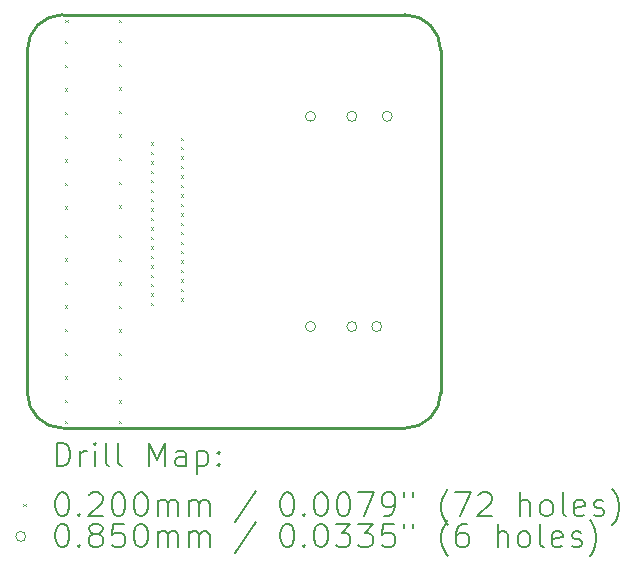
<source format=gbr>
%TF.GenerationSoftware,KiCad,Pcbnew,7.0.9*%
%TF.CreationDate,2024-03-23T01:13:51+08:00*%
%TF.ProjectId,8643____,38363433-4bd5-4a5e-932e-6b696361645f,rev?*%
%TF.SameCoordinates,Original*%
%TF.FileFunction,Drillmap*%
%TF.FilePolarity,Positive*%
%FSLAX45Y45*%
G04 Gerber Fmt 4.5, Leading zero omitted, Abs format (unit mm)*
G04 Created by KiCad (PCBNEW 7.0.9) date 2024-03-23 01:13:51*
%MOMM*%
%LPD*%
G01*
G04 APERTURE LIST*
%ADD10C,0.254000*%
%ADD11C,0.200000*%
%ADD12C,0.100000*%
G04 APERTURE END LIST*
D10*
X14401800Y-9250400D02*
X14401800Y-6350400D01*
X17901800Y-9250400D02*
X17901800Y-6350400D01*
X17601800Y-6050400D02*
X14701800Y-6050400D01*
X14401800Y-9250400D02*
G75*
G03*
X14701800Y-9550400I300000J0D01*
G01*
X14701800Y-9550400D02*
X17601800Y-9550400D01*
X17901800Y-6350400D02*
G75*
G03*
X17601800Y-6050400I-300000J0D01*
G01*
X14701800Y-6050400D02*
G75*
G03*
X14401800Y-6350400I0J-300000D01*
G01*
X17601800Y-9550400D02*
G75*
G03*
X17901800Y-9250400I0J300000D01*
G01*
D11*
D12*
X14722000Y-6273400D02*
X14742000Y-6293400D01*
X14742000Y-6273400D02*
X14722000Y-6293400D01*
X14722000Y-6473400D02*
X14742000Y-6493400D01*
X14742000Y-6473400D02*
X14722000Y-6493400D01*
X14722000Y-6673400D02*
X14742000Y-6693400D01*
X14742000Y-6673400D02*
X14722000Y-6693400D01*
X14722000Y-6873400D02*
X14742000Y-6893400D01*
X14742000Y-6873400D02*
X14722000Y-6893400D01*
X14722000Y-7073400D02*
X14742000Y-7093400D01*
X14742000Y-7073400D02*
X14722000Y-7093400D01*
X14722000Y-7273400D02*
X14742000Y-7293400D01*
X14742000Y-7273400D02*
X14722000Y-7293400D01*
X14722000Y-7473400D02*
X14742000Y-7493400D01*
X14742000Y-7473400D02*
X14722000Y-7493400D01*
X14722000Y-7673400D02*
X14742000Y-7693400D01*
X14742000Y-7673400D02*
X14722000Y-7693400D01*
X14722000Y-7911800D02*
X14742000Y-7931800D01*
X14742000Y-7911800D02*
X14722000Y-7931800D01*
X14722000Y-8111800D02*
X14742000Y-8131800D01*
X14742000Y-8111800D02*
X14722000Y-8131800D01*
X14722000Y-8311800D02*
X14742000Y-8331800D01*
X14742000Y-8311800D02*
X14722000Y-8331800D01*
X14722000Y-8511800D02*
X14742000Y-8531800D01*
X14742000Y-8511800D02*
X14722000Y-8531800D01*
X14722000Y-8711800D02*
X14742000Y-8731800D01*
X14742000Y-8711800D02*
X14722000Y-8731800D01*
X14722000Y-8911800D02*
X14742000Y-8931800D01*
X14742000Y-8911800D02*
X14722000Y-8931800D01*
X14722000Y-9111800D02*
X14742000Y-9131800D01*
X14742000Y-9111800D02*
X14722000Y-9131800D01*
X14722000Y-9311800D02*
X14742000Y-9331800D01*
X14742000Y-9311800D02*
X14722000Y-9331800D01*
X14722000Y-9487950D02*
X14742000Y-9507950D01*
X14742000Y-9487950D02*
X14722000Y-9507950D01*
X14723144Y-6092850D02*
X14743144Y-6112850D01*
X14743144Y-6092850D02*
X14723144Y-6112850D01*
X15179200Y-6092850D02*
X15199200Y-6112850D01*
X15199200Y-6092850D02*
X15179200Y-6112850D01*
X15179200Y-6263800D02*
X15199200Y-6283800D01*
X15199200Y-6263800D02*
X15179200Y-6283800D01*
X15179200Y-6463800D02*
X15199200Y-6483800D01*
X15199200Y-6463800D02*
X15179200Y-6483800D01*
X15179200Y-6663800D02*
X15199200Y-6683800D01*
X15199200Y-6663800D02*
X15179200Y-6683800D01*
X15179200Y-6863800D02*
X15199200Y-6883800D01*
X15199200Y-6863800D02*
X15179200Y-6883800D01*
X15179200Y-7063800D02*
X15199200Y-7083800D01*
X15199200Y-7063800D02*
X15179200Y-7083800D01*
X15179200Y-7263800D02*
X15199200Y-7283800D01*
X15199200Y-7263800D02*
X15179200Y-7283800D01*
X15179200Y-7463800D02*
X15199200Y-7483800D01*
X15199200Y-7463800D02*
X15179200Y-7483800D01*
X15179200Y-7663800D02*
X15199200Y-7683800D01*
X15199200Y-7663800D02*
X15179200Y-7683800D01*
X15179200Y-7914800D02*
X15199200Y-7934800D01*
X15199200Y-7914800D02*
X15179200Y-7934800D01*
X15179200Y-8114800D02*
X15199200Y-8134800D01*
X15199200Y-8114800D02*
X15179200Y-8134800D01*
X15179200Y-8314800D02*
X15199200Y-8334800D01*
X15199200Y-8314800D02*
X15179200Y-8334800D01*
X15179200Y-8514800D02*
X15199200Y-8534800D01*
X15199200Y-8514800D02*
X15179200Y-8534800D01*
X15179200Y-8714800D02*
X15199200Y-8734800D01*
X15199200Y-8714800D02*
X15179200Y-8734800D01*
X15179200Y-8914800D02*
X15199200Y-8934800D01*
X15199200Y-8914800D02*
X15179200Y-8934800D01*
X15179200Y-9114800D02*
X15199200Y-9134800D01*
X15199200Y-9114800D02*
X15179200Y-9134800D01*
X15179200Y-9314800D02*
X15199200Y-9334800D01*
X15199200Y-9314800D02*
X15179200Y-9334800D01*
X15179200Y-9487950D02*
X15199200Y-9507950D01*
X15199200Y-9487950D02*
X15179200Y-9507950D01*
X15448800Y-7130400D02*
X15468800Y-7150400D01*
X15468800Y-7130400D02*
X15448800Y-7150400D01*
X15448800Y-7210400D02*
X15468800Y-7230400D01*
X15468800Y-7210400D02*
X15448800Y-7230400D01*
X15448800Y-7290400D02*
X15468800Y-7310400D01*
X15468800Y-7290400D02*
X15448800Y-7310400D01*
X15448800Y-7370400D02*
X15468800Y-7390400D01*
X15468800Y-7370400D02*
X15448800Y-7390400D01*
X15448800Y-7450400D02*
X15468800Y-7470400D01*
X15468800Y-7450400D02*
X15448800Y-7470400D01*
X15448800Y-7530400D02*
X15468800Y-7550400D01*
X15468800Y-7530400D02*
X15448800Y-7550400D01*
X15448800Y-7610400D02*
X15468800Y-7630400D01*
X15468800Y-7610400D02*
X15448800Y-7630400D01*
X15448800Y-7690400D02*
X15468800Y-7710400D01*
X15468800Y-7690400D02*
X15448800Y-7710400D01*
X15448800Y-7770400D02*
X15468800Y-7790400D01*
X15468800Y-7770400D02*
X15448800Y-7790400D01*
X15448800Y-7850400D02*
X15468800Y-7870400D01*
X15468800Y-7850400D02*
X15448800Y-7870400D01*
X15448800Y-7930400D02*
X15468800Y-7950400D01*
X15468800Y-7930400D02*
X15448800Y-7950400D01*
X15448800Y-8010400D02*
X15468800Y-8030400D01*
X15468800Y-8010400D02*
X15448800Y-8030400D01*
X15448800Y-8090400D02*
X15468800Y-8110400D01*
X15468800Y-8090400D02*
X15448800Y-8110400D01*
X15448800Y-8170400D02*
X15468800Y-8190400D01*
X15468800Y-8170400D02*
X15448800Y-8190400D01*
X15448800Y-8250400D02*
X15468800Y-8270400D01*
X15468800Y-8250400D02*
X15448800Y-8270400D01*
X15448800Y-8330400D02*
X15468800Y-8350400D01*
X15468800Y-8330400D02*
X15448800Y-8350400D01*
X15448800Y-8410400D02*
X15468800Y-8430400D01*
X15468800Y-8410400D02*
X15448800Y-8430400D01*
X15448800Y-8490400D02*
X15468800Y-8510400D01*
X15468800Y-8490400D02*
X15448800Y-8510400D01*
X15699800Y-7090400D02*
X15719800Y-7110400D01*
X15719800Y-7090400D02*
X15699800Y-7110400D01*
X15699800Y-7170400D02*
X15719800Y-7190400D01*
X15719800Y-7170400D02*
X15699800Y-7190400D01*
X15699800Y-7250400D02*
X15719800Y-7270400D01*
X15719800Y-7250400D02*
X15699800Y-7270400D01*
X15699800Y-7330400D02*
X15719800Y-7350400D01*
X15719800Y-7330400D02*
X15699800Y-7350400D01*
X15699800Y-7410400D02*
X15719800Y-7430400D01*
X15719800Y-7410400D02*
X15699800Y-7430400D01*
X15699800Y-7490400D02*
X15719800Y-7510400D01*
X15719800Y-7490400D02*
X15699800Y-7510400D01*
X15699800Y-7570400D02*
X15719800Y-7590400D01*
X15719800Y-7570400D02*
X15699800Y-7590400D01*
X15699800Y-7650400D02*
X15719800Y-7670400D01*
X15719800Y-7650400D02*
X15699800Y-7670400D01*
X15699800Y-7730400D02*
X15719800Y-7750400D01*
X15719800Y-7730400D02*
X15699800Y-7750400D01*
X15699800Y-7810400D02*
X15719800Y-7830400D01*
X15719800Y-7810400D02*
X15699800Y-7830400D01*
X15699800Y-7890400D02*
X15719800Y-7910400D01*
X15719800Y-7890400D02*
X15699800Y-7910400D01*
X15699800Y-7970400D02*
X15719800Y-7990400D01*
X15719800Y-7970400D02*
X15699800Y-7990400D01*
X15699800Y-8050400D02*
X15719800Y-8070400D01*
X15719800Y-8050400D02*
X15699800Y-8070400D01*
X15699800Y-8130400D02*
X15719800Y-8150400D01*
X15719800Y-8130400D02*
X15699800Y-8150400D01*
X15699800Y-8210400D02*
X15719800Y-8230400D01*
X15719800Y-8210400D02*
X15699800Y-8230400D01*
X15699800Y-8290400D02*
X15719800Y-8310400D01*
X15719800Y-8290400D02*
X15699800Y-8310400D01*
X15699800Y-8370400D02*
X15719800Y-8390400D01*
X15719800Y-8370400D02*
X15699800Y-8390400D01*
X15699800Y-8450400D02*
X15719800Y-8470400D01*
X15719800Y-8450400D02*
X15699800Y-8470400D01*
X16842300Y-6910400D02*
G75*
G03*
X16842300Y-6910400I-42500J0D01*
G01*
X16842300Y-8690400D02*
G75*
G03*
X16842300Y-8690400I-42500J0D01*
G01*
X17192300Y-6910400D02*
G75*
G03*
X17192300Y-6910400I-42500J0D01*
G01*
X17192300Y-8690400D02*
G75*
G03*
X17192300Y-8690400I-42500J0D01*
G01*
X17403140Y-8690400D02*
G75*
G03*
X17403140Y-8690400I-42500J0D01*
G01*
X17492300Y-6910400D02*
G75*
G03*
X17492300Y-6910400I-42500J0D01*
G01*
D11*
X14649877Y-9874584D02*
X14649877Y-9674584D01*
X14649877Y-9674584D02*
X14697496Y-9674584D01*
X14697496Y-9674584D02*
X14726067Y-9684108D01*
X14726067Y-9684108D02*
X14745115Y-9703155D01*
X14745115Y-9703155D02*
X14754639Y-9722203D01*
X14754639Y-9722203D02*
X14764162Y-9760298D01*
X14764162Y-9760298D02*
X14764162Y-9788870D01*
X14764162Y-9788870D02*
X14754639Y-9826965D01*
X14754639Y-9826965D02*
X14745115Y-9846012D01*
X14745115Y-9846012D02*
X14726067Y-9865060D01*
X14726067Y-9865060D02*
X14697496Y-9874584D01*
X14697496Y-9874584D02*
X14649877Y-9874584D01*
X14849877Y-9874584D02*
X14849877Y-9741250D01*
X14849877Y-9779346D02*
X14859401Y-9760298D01*
X14859401Y-9760298D02*
X14868924Y-9750774D01*
X14868924Y-9750774D02*
X14887972Y-9741250D01*
X14887972Y-9741250D02*
X14907020Y-9741250D01*
X14973686Y-9874584D02*
X14973686Y-9741250D01*
X14973686Y-9674584D02*
X14964162Y-9684108D01*
X14964162Y-9684108D02*
X14973686Y-9693631D01*
X14973686Y-9693631D02*
X14983210Y-9684108D01*
X14983210Y-9684108D02*
X14973686Y-9674584D01*
X14973686Y-9674584D02*
X14973686Y-9693631D01*
X15097496Y-9874584D02*
X15078448Y-9865060D01*
X15078448Y-9865060D02*
X15068924Y-9846012D01*
X15068924Y-9846012D02*
X15068924Y-9674584D01*
X15202258Y-9874584D02*
X15183210Y-9865060D01*
X15183210Y-9865060D02*
X15173686Y-9846012D01*
X15173686Y-9846012D02*
X15173686Y-9674584D01*
X15430829Y-9874584D02*
X15430829Y-9674584D01*
X15430829Y-9674584D02*
X15497496Y-9817441D01*
X15497496Y-9817441D02*
X15564162Y-9674584D01*
X15564162Y-9674584D02*
X15564162Y-9874584D01*
X15745115Y-9874584D02*
X15745115Y-9769822D01*
X15745115Y-9769822D02*
X15735591Y-9750774D01*
X15735591Y-9750774D02*
X15716543Y-9741250D01*
X15716543Y-9741250D02*
X15678448Y-9741250D01*
X15678448Y-9741250D02*
X15659401Y-9750774D01*
X15745115Y-9865060D02*
X15726067Y-9874584D01*
X15726067Y-9874584D02*
X15678448Y-9874584D01*
X15678448Y-9874584D02*
X15659401Y-9865060D01*
X15659401Y-9865060D02*
X15649877Y-9846012D01*
X15649877Y-9846012D02*
X15649877Y-9826965D01*
X15649877Y-9826965D02*
X15659401Y-9807917D01*
X15659401Y-9807917D02*
X15678448Y-9798393D01*
X15678448Y-9798393D02*
X15726067Y-9798393D01*
X15726067Y-9798393D02*
X15745115Y-9788870D01*
X15840353Y-9741250D02*
X15840353Y-9941250D01*
X15840353Y-9750774D02*
X15859401Y-9741250D01*
X15859401Y-9741250D02*
X15897496Y-9741250D01*
X15897496Y-9741250D02*
X15916543Y-9750774D01*
X15916543Y-9750774D02*
X15926067Y-9760298D01*
X15926067Y-9760298D02*
X15935591Y-9779346D01*
X15935591Y-9779346D02*
X15935591Y-9836489D01*
X15935591Y-9836489D02*
X15926067Y-9855536D01*
X15926067Y-9855536D02*
X15916543Y-9865060D01*
X15916543Y-9865060D02*
X15897496Y-9874584D01*
X15897496Y-9874584D02*
X15859401Y-9874584D01*
X15859401Y-9874584D02*
X15840353Y-9865060D01*
X16021305Y-9855536D02*
X16030829Y-9865060D01*
X16030829Y-9865060D02*
X16021305Y-9874584D01*
X16021305Y-9874584D02*
X16011782Y-9865060D01*
X16011782Y-9865060D02*
X16021305Y-9855536D01*
X16021305Y-9855536D02*
X16021305Y-9874584D01*
X16021305Y-9750774D02*
X16030829Y-9760298D01*
X16030829Y-9760298D02*
X16021305Y-9769822D01*
X16021305Y-9769822D02*
X16011782Y-9760298D01*
X16011782Y-9760298D02*
X16021305Y-9750774D01*
X16021305Y-9750774D02*
X16021305Y-9769822D01*
D12*
X14369100Y-10193100D02*
X14389100Y-10213100D01*
X14389100Y-10193100D02*
X14369100Y-10213100D01*
D11*
X14687972Y-10094584D02*
X14707020Y-10094584D01*
X14707020Y-10094584D02*
X14726067Y-10104108D01*
X14726067Y-10104108D02*
X14735591Y-10113631D01*
X14735591Y-10113631D02*
X14745115Y-10132679D01*
X14745115Y-10132679D02*
X14754639Y-10170774D01*
X14754639Y-10170774D02*
X14754639Y-10218393D01*
X14754639Y-10218393D02*
X14745115Y-10256489D01*
X14745115Y-10256489D02*
X14735591Y-10275536D01*
X14735591Y-10275536D02*
X14726067Y-10285060D01*
X14726067Y-10285060D02*
X14707020Y-10294584D01*
X14707020Y-10294584D02*
X14687972Y-10294584D01*
X14687972Y-10294584D02*
X14668924Y-10285060D01*
X14668924Y-10285060D02*
X14659401Y-10275536D01*
X14659401Y-10275536D02*
X14649877Y-10256489D01*
X14649877Y-10256489D02*
X14640353Y-10218393D01*
X14640353Y-10218393D02*
X14640353Y-10170774D01*
X14640353Y-10170774D02*
X14649877Y-10132679D01*
X14649877Y-10132679D02*
X14659401Y-10113631D01*
X14659401Y-10113631D02*
X14668924Y-10104108D01*
X14668924Y-10104108D02*
X14687972Y-10094584D01*
X14840353Y-10275536D02*
X14849877Y-10285060D01*
X14849877Y-10285060D02*
X14840353Y-10294584D01*
X14840353Y-10294584D02*
X14830829Y-10285060D01*
X14830829Y-10285060D02*
X14840353Y-10275536D01*
X14840353Y-10275536D02*
X14840353Y-10294584D01*
X14926067Y-10113631D02*
X14935591Y-10104108D01*
X14935591Y-10104108D02*
X14954639Y-10094584D01*
X14954639Y-10094584D02*
X15002258Y-10094584D01*
X15002258Y-10094584D02*
X15021305Y-10104108D01*
X15021305Y-10104108D02*
X15030829Y-10113631D01*
X15030829Y-10113631D02*
X15040353Y-10132679D01*
X15040353Y-10132679D02*
X15040353Y-10151727D01*
X15040353Y-10151727D02*
X15030829Y-10180298D01*
X15030829Y-10180298D02*
X14916543Y-10294584D01*
X14916543Y-10294584D02*
X15040353Y-10294584D01*
X15164162Y-10094584D02*
X15183210Y-10094584D01*
X15183210Y-10094584D02*
X15202258Y-10104108D01*
X15202258Y-10104108D02*
X15211782Y-10113631D01*
X15211782Y-10113631D02*
X15221305Y-10132679D01*
X15221305Y-10132679D02*
X15230829Y-10170774D01*
X15230829Y-10170774D02*
X15230829Y-10218393D01*
X15230829Y-10218393D02*
X15221305Y-10256489D01*
X15221305Y-10256489D02*
X15211782Y-10275536D01*
X15211782Y-10275536D02*
X15202258Y-10285060D01*
X15202258Y-10285060D02*
X15183210Y-10294584D01*
X15183210Y-10294584D02*
X15164162Y-10294584D01*
X15164162Y-10294584D02*
X15145115Y-10285060D01*
X15145115Y-10285060D02*
X15135591Y-10275536D01*
X15135591Y-10275536D02*
X15126067Y-10256489D01*
X15126067Y-10256489D02*
X15116543Y-10218393D01*
X15116543Y-10218393D02*
X15116543Y-10170774D01*
X15116543Y-10170774D02*
X15126067Y-10132679D01*
X15126067Y-10132679D02*
X15135591Y-10113631D01*
X15135591Y-10113631D02*
X15145115Y-10104108D01*
X15145115Y-10104108D02*
X15164162Y-10094584D01*
X15354639Y-10094584D02*
X15373686Y-10094584D01*
X15373686Y-10094584D02*
X15392734Y-10104108D01*
X15392734Y-10104108D02*
X15402258Y-10113631D01*
X15402258Y-10113631D02*
X15411782Y-10132679D01*
X15411782Y-10132679D02*
X15421305Y-10170774D01*
X15421305Y-10170774D02*
X15421305Y-10218393D01*
X15421305Y-10218393D02*
X15411782Y-10256489D01*
X15411782Y-10256489D02*
X15402258Y-10275536D01*
X15402258Y-10275536D02*
X15392734Y-10285060D01*
X15392734Y-10285060D02*
X15373686Y-10294584D01*
X15373686Y-10294584D02*
X15354639Y-10294584D01*
X15354639Y-10294584D02*
X15335591Y-10285060D01*
X15335591Y-10285060D02*
X15326067Y-10275536D01*
X15326067Y-10275536D02*
X15316543Y-10256489D01*
X15316543Y-10256489D02*
X15307020Y-10218393D01*
X15307020Y-10218393D02*
X15307020Y-10170774D01*
X15307020Y-10170774D02*
X15316543Y-10132679D01*
X15316543Y-10132679D02*
X15326067Y-10113631D01*
X15326067Y-10113631D02*
X15335591Y-10104108D01*
X15335591Y-10104108D02*
X15354639Y-10094584D01*
X15507020Y-10294584D02*
X15507020Y-10161250D01*
X15507020Y-10180298D02*
X15516543Y-10170774D01*
X15516543Y-10170774D02*
X15535591Y-10161250D01*
X15535591Y-10161250D02*
X15564163Y-10161250D01*
X15564163Y-10161250D02*
X15583210Y-10170774D01*
X15583210Y-10170774D02*
X15592734Y-10189822D01*
X15592734Y-10189822D02*
X15592734Y-10294584D01*
X15592734Y-10189822D02*
X15602258Y-10170774D01*
X15602258Y-10170774D02*
X15621305Y-10161250D01*
X15621305Y-10161250D02*
X15649877Y-10161250D01*
X15649877Y-10161250D02*
X15668924Y-10170774D01*
X15668924Y-10170774D02*
X15678448Y-10189822D01*
X15678448Y-10189822D02*
X15678448Y-10294584D01*
X15773686Y-10294584D02*
X15773686Y-10161250D01*
X15773686Y-10180298D02*
X15783210Y-10170774D01*
X15783210Y-10170774D02*
X15802258Y-10161250D01*
X15802258Y-10161250D02*
X15830829Y-10161250D01*
X15830829Y-10161250D02*
X15849877Y-10170774D01*
X15849877Y-10170774D02*
X15859401Y-10189822D01*
X15859401Y-10189822D02*
X15859401Y-10294584D01*
X15859401Y-10189822D02*
X15868924Y-10170774D01*
X15868924Y-10170774D02*
X15887972Y-10161250D01*
X15887972Y-10161250D02*
X15916543Y-10161250D01*
X15916543Y-10161250D02*
X15935591Y-10170774D01*
X15935591Y-10170774D02*
X15945115Y-10189822D01*
X15945115Y-10189822D02*
X15945115Y-10294584D01*
X16335591Y-10085060D02*
X16164163Y-10342203D01*
X16592734Y-10094584D02*
X16611782Y-10094584D01*
X16611782Y-10094584D02*
X16630829Y-10104108D01*
X16630829Y-10104108D02*
X16640353Y-10113631D01*
X16640353Y-10113631D02*
X16649877Y-10132679D01*
X16649877Y-10132679D02*
X16659401Y-10170774D01*
X16659401Y-10170774D02*
X16659401Y-10218393D01*
X16659401Y-10218393D02*
X16649877Y-10256489D01*
X16649877Y-10256489D02*
X16640353Y-10275536D01*
X16640353Y-10275536D02*
X16630829Y-10285060D01*
X16630829Y-10285060D02*
X16611782Y-10294584D01*
X16611782Y-10294584D02*
X16592734Y-10294584D01*
X16592734Y-10294584D02*
X16573686Y-10285060D01*
X16573686Y-10285060D02*
X16564163Y-10275536D01*
X16564163Y-10275536D02*
X16554639Y-10256489D01*
X16554639Y-10256489D02*
X16545115Y-10218393D01*
X16545115Y-10218393D02*
X16545115Y-10170774D01*
X16545115Y-10170774D02*
X16554639Y-10132679D01*
X16554639Y-10132679D02*
X16564163Y-10113631D01*
X16564163Y-10113631D02*
X16573686Y-10104108D01*
X16573686Y-10104108D02*
X16592734Y-10094584D01*
X16745115Y-10275536D02*
X16754639Y-10285060D01*
X16754639Y-10285060D02*
X16745115Y-10294584D01*
X16745115Y-10294584D02*
X16735591Y-10285060D01*
X16735591Y-10285060D02*
X16745115Y-10275536D01*
X16745115Y-10275536D02*
X16745115Y-10294584D01*
X16878448Y-10094584D02*
X16897496Y-10094584D01*
X16897496Y-10094584D02*
X16916544Y-10104108D01*
X16916544Y-10104108D02*
X16926068Y-10113631D01*
X16926068Y-10113631D02*
X16935591Y-10132679D01*
X16935591Y-10132679D02*
X16945115Y-10170774D01*
X16945115Y-10170774D02*
X16945115Y-10218393D01*
X16945115Y-10218393D02*
X16935591Y-10256489D01*
X16935591Y-10256489D02*
X16926068Y-10275536D01*
X16926068Y-10275536D02*
X16916544Y-10285060D01*
X16916544Y-10285060D02*
X16897496Y-10294584D01*
X16897496Y-10294584D02*
X16878448Y-10294584D01*
X16878448Y-10294584D02*
X16859401Y-10285060D01*
X16859401Y-10285060D02*
X16849877Y-10275536D01*
X16849877Y-10275536D02*
X16840353Y-10256489D01*
X16840353Y-10256489D02*
X16830829Y-10218393D01*
X16830829Y-10218393D02*
X16830829Y-10170774D01*
X16830829Y-10170774D02*
X16840353Y-10132679D01*
X16840353Y-10132679D02*
X16849877Y-10113631D01*
X16849877Y-10113631D02*
X16859401Y-10104108D01*
X16859401Y-10104108D02*
X16878448Y-10094584D01*
X17068925Y-10094584D02*
X17087972Y-10094584D01*
X17087972Y-10094584D02*
X17107020Y-10104108D01*
X17107020Y-10104108D02*
X17116544Y-10113631D01*
X17116544Y-10113631D02*
X17126068Y-10132679D01*
X17126068Y-10132679D02*
X17135591Y-10170774D01*
X17135591Y-10170774D02*
X17135591Y-10218393D01*
X17135591Y-10218393D02*
X17126068Y-10256489D01*
X17126068Y-10256489D02*
X17116544Y-10275536D01*
X17116544Y-10275536D02*
X17107020Y-10285060D01*
X17107020Y-10285060D02*
X17087972Y-10294584D01*
X17087972Y-10294584D02*
X17068925Y-10294584D01*
X17068925Y-10294584D02*
X17049877Y-10285060D01*
X17049877Y-10285060D02*
X17040353Y-10275536D01*
X17040353Y-10275536D02*
X17030829Y-10256489D01*
X17030829Y-10256489D02*
X17021306Y-10218393D01*
X17021306Y-10218393D02*
X17021306Y-10170774D01*
X17021306Y-10170774D02*
X17030829Y-10132679D01*
X17030829Y-10132679D02*
X17040353Y-10113631D01*
X17040353Y-10113631D02*
X17049877Y-10104108D01*
X17049877Y-10104108D02*
X17068925Y-10094584D01*
X17202258Y-10094584D02*
X17335591Y-10094584D01*
X17335591Y-10094584D02*
X17249877Y-10294584D01*
X17421306Y-10294584D02*
X17459401Y-10294584D01*
X17459401Y-10294584D02*
X17478449Y-10285060D01*
X17478449Y-10285060D02*
X17487972Y-10275536D01*
X17487972Y-10275536D02*
X17507020Y-10246965D01*
X17507020Y-10246965D02*
X17516544Y-10208870D01*
X17516544Y-10208870D02*
X17516544Y-10132679D01*
X17516544Y-10132679D02*
X17507020Y-10113631D01*
X17507020Y-10113631D02*
X17497496Y-10104108D01*
X17497496Y-10104108D02*
X17478449Y-10094584D01*
X17478449Y-10094584D02*
X17440353Y-10094584D01*
X17440353Y-10094584D02*
X17421306Y-10104108D01*
X17421306Y-10104108D02*
X17411782Y-10113631D01*
X17411782Y-10113631D02*
X17402258Y-10132679D01*
X17402258Y-10132679D02*
X17402258Y-10180298D01*
X17402258Y-10180298D02*
X17411782Y-10199346D01*
X17411782Y-10199346D02*
X17421306Y-10208870D01*
X17421306Y-10208870D02*
X17440353Y-10218393D01*
X17440353Y-10218393D02*
X17478449Y-10218393D01*
X17478449Y-10218393D02*
X17497496Y-10208870D01*
X17497496Y-10208870D02*
X17507020Y-10199346D01*
X17507020Y-10199346D02*
X17516544Y-10180298D01*
X17592734Y-10094584D02*
X17592734Y-10132679D01*
X17668925Y-10094584D02*
X17668925Y-10132679D01*
X17964163Y-10370774D02*
X17954639Y-10361250D01*
X17954639Y-10361250D02*
X17935591Y-10332679D01*
X17935591Y-10332679D02*
X17926068Y-10313631D01*
X17926068Y-10313631D02*
X17916544Y-10285060D01*
X17916544Y-10285060D02*
X17907020Y-10237441D01*
X17907020Y-10237441D02*
X17907020Y-10199346D01*
X17907020Y-10199346D02*
X17916544Y-10151727D01*
X17916544Y-10151727D02*
X17926068Y-10123155D01*
X17926068Y-10123155D02*
X17935591Y-10104108D01*
X17935591Y-10104108D02*
X17954639Y-10075536D01*
X17954639Y-10075536D02*
X17964163Y-10066012D01*
X18021306Y-10094584D02*
X18154639Y-10094584D01*
X18154639Y-10094584D02*
X18068925Y-10294584D01*
X18221306Y-10113631D02*
X18230830Y-10104108D01*
X18230830Y-10104108D02*
X18249877Y-10094584D01*
X18249877Y-10094584D02*
X18297496Y-10094584D01*
X18297496Y-10094584D02*
X18316544Y-10104108D01*
X18316544Y-10104108D02*
X18326068Y-10113631D01*
X18326068Y-10113631D02*
X18335591Y-10132679D01*
X18335591Y-10132679D02*
X18335591Y-10151727D01*
X18335591Y-10151727D02*
X18326068Y-10180298D01*
X18326068Y-10180298D02*
X18211782Y-10294584D01*
X18211782Y-10294584D02*
X18335591Y-10294584D01*
X18573687Y-10294584D02*
X18573687Y-10094584D01*
X18659401Y-10294584D02*
X18659401Y-10189822D01*
X18659401Y-10189822D02*
X18649877Y-10170774D01*
X18649877Y-10170774D02*
X18630830Y-10161250D01*
X18630830Y-10161250D02*
X18602258Y-10161250D01*
X18602258Y-10161250D02*
X18583211Y-10170774D01*
X18583211Y-10170774D02*
X18573687Y-10180298D01*
X18783211Y-10294584D02*
X18764163Y-10285060D01*
X18764163Y-10285060D02*
X18754639Y-10275536D01*
X18754639Y-10275536D02*
X18745115Y-10256489D01*
X18745115Y-10256489D02*
X18745115Y-10199346D01*
X18745115Y-10199346D02*
X18754639Y-10180298D01*
X18754639Y-10180298D02*
X18764163Y-10170774D01*
X18764163Y-10170774D02*
X18783211Y-10161250D01*
X18783211Y-10161250D02*
X18811782Y-10161250D01*
X18811782Y-10161250D02*
X18830830Y-10170774D01*
X18830830Y-10170774D02*
X18840353Y-10180298D01*
X18840353Y-10180298D02*
X18849877Y-10199346D01*
X18849877Y-10199346D02*
X18849877Y-10256489D01*
X18849877Y-10256489D02*
X18840353Y-10275536D01*
X18840353Y-10275536D02*
X18830830Y-10285060D01*
X18830830Y-10285060D02*
X18811782Y-10294584D01*
X18811782Y-10294584D02*
X18783211Y-10294584D01*
X18964163Y-10294584D02*
X18945115Y-10285060D01*
X18945115Y-10285060D02*
X18935592Y-10266012D01*
X18935592Y-10266012D02*
X18935592Y-10094584D01*
X19116544Y-10285060D02*
X19097496Y-10294584D01*
X19097496Y-10294584D02*
X19059401Y-10294584D01*
X19059401Y-10294584D02*
X19040353Y-10285060D01*
X19040353Y-10285060D02*
X19030830Y-10266012D01*
X19030830Y-10266012D02*
X19030830Y-10189822D01*
X19030830Y-10189822D02*
X19040353Y-10170774D01*
X19040353Y-10170774D02*
X19059401Y-10161250D01*
X19059401Y-10161250D02*
X19097496Y-10161250D01*
X19097496Y-10161250D02*
X19116544Y-10170774D01*
X19116544Y-10170774D02*
X19126068Y-10189822D01*
X19126068Y-10189822D02*
X19126068Y-10208870D01*
X19126068Y-10208870D02*
X19030830Y-10227917D01*
X19202258Y-10285060D02*
X19221306Y-10294584D01*
X19221306Y-10294584D02*
X19259401Y-10294584D01*
X19259401Y-10294584D02*
X19278449Y-10285060D01*
X19278449Y-10285060D02*
X19287973Y-10266012D01*
X19287973Y-10266012D02*
X19287973Y-10256489D01*
X19287973Y-10256489D02*
X19278449Y-10237441D01*
X19278449Y-10237441D02*
X19259401Y-10227917D01*
X19259401Y-10227917D02*
X19230830Y-10227917D01*
X19230830Y-10227917D02*
X19211782Y-10218393D01*
X19211782Y-10218393D02*
X19202258Y-10199346D01*
X19202258Y-10199346D02*
X19202258Y-10189822D01*
X19202258Y-10189822D02*
X19211782Y-10170774D01*
X19211782Y-10170774D02*
X19230830Y-10161250D01*
X19230830Y-10161250D02*
X19259401Y-10161250D01*
X19259401Y-10161250D02*
X19278449Y-10170774D01*
X19354639Y-10370774D02*
X19364163Y-10361250D01*
X19364163Y-10361250D02*
X19383211Y-10332679D01*
X19383211Y-10332679D02*
X19392734Y-10313631D01*
X19392734Y-10313631D02*
X19402258Y-10285060D01*
X19402258Y-10285060D02*
X19411782Y-10237441D01*
X19411782Y-10237441D02*
X19411782Y-10199346D01*
X19411782Y-10199346D02*
X19402258Y-10151727D01*
X19402258Y-10151727D02*
X19392734Y-10123155D01*
X19392734Y-10123155D02*
X19383211Y-10104108D01*
X19383211Y-10104108D02*
X19364163Y-10075536D01*
X19364163Y-10075536D02*
X19354639Y-10066012D01*
D12*
X14389100Y-10467100D02*
G75*
G03*
X14389100Y-10467100I-42500J0D01*
G01*
D11*
X14687972Y-10358584D02*
X14707020Y-10358584D01*
X14707020Y-10358584D02*
X14726067Y-10368108D01*
X14726067Y-10368108D02*
X14735591Y-10377631D01*
X14735591Y-10377631D02*
X14745115Y-10396679D01*
X14745115Y-10396679D02*
X14754639Y-10434774D01*
X14754639Y-10434774D02*
X14754639Y-10482393D01*
X14754639Y-10482393D02*
X14745115Y-10520489D01*
X14745115Y-10520489D02*
X14735591Y-10539536D01*
X14735591Y-10539536D02*
X14726067Y-10549060D01*
X14726067Y-10549060D02*
X14707020Y-10558584D01*
X14707020Y-10558584D02*
X14687972Y-10558584D01*
X14687972Y-10558584D02*
X14668924Y-10549060D01*
X14668924Y-10549060D02*
X14659401Y-10539536D01*
X14659401Y-10539536D02*
X14649877Y-10520489D01*
X14649877Y-10520489D02*
X14640353Y-10482393D01*
X14640353Y-10482393D02*
X14640353Y-10434774D01*
X14640353Y-10434774D02*
X14649877Y-10396679D01*
X14649877Y-10396679D02*
X14659401Y-10377631D01*
X14659401Y-10377631D02*
X14668924Y-10368108D01*
X14668924Y-10368108D02*
X14687972Y-10358584D01*
X14840353Y-10539536D02*
X14849877Y-10549060D01*
X14849877Y-10549060D02*
X14840353Y-10558584D01*
X14840353Y-10558584D02*
X14830829Y-10549060D01*
X14830829Y-10549060D02*
X14840353Y-10539536D01*
X14840353Y-10539536D02*
X14840353Y-10558584D01*
X14964162Y-10444298D02*
X14945115Y-10434774D01*
X14945115Y-10434774D02*
X14935591Y-10425250D01*
X14935591Y-10425250D02*
X14926067Y-10406203D01*
X14926067Y-10406203D02*
X14926067Y-10396679D01*
X14926067Y-10396679D02*
X14935591Y-10377631D01*
X14935591Y-10377631D02*
X14945115Y-10368108D01*
X14945115Y-10368108D02*
X14964162Y-10358584D01*
X14964162Y-10358584D02*
X15002258Y-10358584D01*
X15002258Y-10358584D02*
X15021305Y-10368108D01*
X15021305Y-10368108D02*
X15030829Y-10377631D01*
X15030829Y-10377631D02*
X15040353Y-10396679D01*
X15040353Y-10396679D02*
X15040353Y-10406203D01*
X15040353Y-10406203D02*
X15030829Y-10425250D01*
X15030829Y-10425250D02*
X15021305Y-10434774D01*
X15021305Y-10434774D02*
X15002258Y-10444298D01*
X15002258Y-10444298D02*
X14964162Y-10444298D01*
X14964162Y-10444298D02*
X14945115Y-10453822D01*
X14945115Y-10453822D02*
X14935591Y-10463346D01*
X14935591Y-10463346D02*
X14926067Y-10482393D01*
X14926067Y-10482393D02*
X14926067Y-10520489D01*
X14926067Y-10520489D02*
X14935591Y-10539536D01*
X14935591Y-10539536D02*
X14945115Y-10549060D01*
X14945115Y-10549060D02*
X14964162Y-10558584D01*
X14964162Y-10558584D02*
X15002258Y-10558584D01*
X15002258Y-10558584D02*
X15021305Y-10549060D01*
X15021305Y-10549060D02*
X15030829Y-10539536D01*
X15030829Y-10539536D02*
X15040353Y-10520489D01*
X15040353Y-10520489D02*
X15040353Y-10482393D01*
X15040353Y-10482393D02*
X15030829Y-10463346D01*
X15030829Y-10463346D02*
X15021305Y-10453822D01*
X15021305Y-10453822D02*
X15002258Y-10444298D01*
X15221305Y-10358584D02*
X15126067Y-10358584D01*
X15126067Y-10358584D02*
X15116543Y-10453822D01*
X15116543Y-10453822D02*
X15126067Y-10444298D01*
X15126067Y-10444298D02*
X15145115Y-10434774D01*
X15145115Y-10434774D02*
X15192734Y-10434774D01*
X15192734Y-10434774D02*
X15211782Y-10444298D01*
X15211782Y-10444298D02*
X15221305Y-10453822D01*
X15221305Y-10453822D02*
X15230829Y-10472870D01*
X15230829Y-10472870D02*
X15230829Y-10520489D01*
X15230829Y-10520489D02*
X15221305Y-10539536D01*
X15221305Y-10539536D02*
X15211782Y-10549060D01*
X15211782Y-10549060D02*
X15192734Y-10558584D01*
X15192734Y-10558584D02*
X15145115Y-10558584D01*
X15145115Y-10558584D02*
X15126067Y-10549060D01*
X15126067Y-10549060D02*
X15116543Y-10539536D01*
X15354639Y-10358584D02*
X15373686Y-10358584D01*
X15373686Y-10358584D02*
X15392734Y-10368108D01*
X15392734Y-10368108D02*
X15402258Y-10377631D01*
X15402258Y-10377631D02*
X15411782Y-10396679D01*
X15411782Y-10396679D02*
X15421305Y-10434774D01*
X15421305Y-10434774D02*
X15421305Y-10482393D01*
X15421305Y-10482393D02*
X15411782Y-10520489D01*
X15411782Y-10520489D02*
X15402258Y-10539536D01*
X15402258Y-10539536D02*
X15392734Y-10549060D01*
X15392734Y-10549060D02*
X15373686Y-10558584D01*
X15373686Y-10558584D02*
X15354639Y-10558584D01*
X15354639Y-10558584D02*
X15335591Y-10549060D01*
X15335591Y-10549060D02*
X15326067Y-10539536D01*
X15326067Y-10539536D02*
X15316543Y-10520489D01*
X15316543Y-10520489D02*
X15307020Y-10482393D01*
X15307020Y-10482393D02*
X15307020Y-10434774D01*
X15307020Y-10434774D02*
X15316543Y-10396679D01*
X15316543Y-10396679D02*
X15326067Y-10377631D01*
X15326067Y-10377631D02*
X15335591Y-10368108D01*
X15335591Y-10368108D02*
X15354639Y-10358584D01*
X15507020Y-10558584D02*
X15507020Y-10425250D01*
X15507020Y-10444298D02*
X15516543Y-10434774D01*
X15516543Y-10434774D02*
X15535591Y-10425250D01*
X15535591Y-10425250D02*
X15564163Y-10425250D01*
X15564163Y-10425250D02*
X15583210Y-10434774D01*
X15583210Y-10434774D02*
X15592734Y-10453822D01*
X15592734Y-10453822D02*
X15592734Y-10558584D01*
X15592734Y-10453822D02*
X15602258Y-10434774D01*
X15602258Y-10434774D02*
X15621305Y-10425250D01*
X15621305Y-10425250D02*
X15649877Y-10425250D01*
X15649877Y-10425250D02*
X15668924Y-10434774D01*
X15668924Y-10434774D02*
X15678448Y-10453822D01*
X15678448Y-10453822D02*
X15678448Y-10558584D01*
X15773686Y-10558584D02*
X15773686Y-10425250D01*
X15773686Y-10444298D02*
X15783210Y-10434774D01*
X15783210Y-10434774D02*
X15802258Y-10425250D01*
X15802258Y-10425250D02*
X15830829Y-10425250D01*
X15830829Y-10425250D02*
X15849877Y-10434774D01*
X15849877Y-10434774D02*
X15859401Y-10453822D01*
X15859401Y-10453822D02*
X15859401Y-10558584D01*
X15859401Y-10453822D02*
X15868924Y-10434774D01*
X15868924Y-10434774D02*
X15887972Y-10425250D01*
X15887972Y-10425250D02*
X15916543Y-10425250D01*
X15916543Y-10425250D02*
X15935591Y-10434774D01*
X15935591Y-10434774D02*
X15945115Y-10453822D01*
X15945115Y-10453822D02*
X15945115Y-10558584D01*
X16335591Y-10349060D02*
X16164163Y-10606203D01*
X16592734Y-10358584D02*
X16611782Y-10358584D01*
X16611782Y-10358584D02*
X16630829Y-10368108D01*
X16630829Y-10368108D02*
X16640353Y-10377631D01*
X16640353Y-10377631D02*
X16649877Y-10396679D01*
X16649877Y-10396679D02*
X16659401Y-10434774D01*
X16659401Y-10434774D02*
X16659401Y-10482393D01*
X16659401Y-10482393D02*
X16649877Y-10520489D01*
X16649877Y-10520489D02*
X16640353Y-10539536D01*
X16640353Y-10539536D02*
X16630829Y-10549060D01*
X16630829Y-10549060D02*
X16611782Y-10558584D01*
X16611782Y-10558584D02*
X16592734Y-10558584D01*
X16592734Y-10558584D02*
X16573686Y-10549060D01*
X16573686Y-10549060D02*
X16564163Y-10539536D01*
X16564163Y-10539536D02*
X16554639Y-10520489D01*
X16554639Y-10520489D02*
X16545115Y-10482393D01*
X16545115Y-10482393D02*
X16545115Y-10434774D01*
X16545115Y-10434774D02*
X16554639Y-10396679D01*
X16554639Y-10396679D02*
X16564163Y-10377631D01*
X16564163Y-10377631D02*
X16573686Y-10368108D01*
X16573686Y-10368108D02*
X16592734Y-10358584D01*
X16745115Y-10539536D02*
X16754639Y-10549060D01*
X16754639Y-10549060D02*
X16745115Y-10558584D01*
X16745115Y-10558584D02*
X16735591Y-10549060D01*
X16735591Y-10549060D02*
X16745115Y-10539536D01*
X16745115Y-10539536D02*
X16745115Y-10558584D01*
X16878448Y-10358584D02*
X16897496Y-10358584D01*
X16897496Y-10358584D02*
X16916544Y-10368108D01*
X16916544Y-10368108D02*
X16926068Y-10377631D01*
X16926068Y-10377631D02*
X16935591Y-10396679D01*
X16935591Y-10396679D02*
X16945115Y-10434774D01*
X16945115Y-10434774D02*
X16945115Y-10482393D01*
X16945115Y-10482393D02*
X16935591Y-10520489D01*
X16935591Y-10520489D02*
X16926068Y-10539536D01*
X16926068Y-10539536D02*
X16916544Y-10549060D01*
X16916544Y-10549060D02*
X16897496Y-10558584D01*
X16897496Y-10558584D02*
X16878448Y-10558584D01*
X16878448Y-10558584D02*
X16859401Y-10549060D01*
X16859401Y-10549060D02*
X16849877Y-10539536D01*
X16849877Y-10539536D02*
X16840353Y-10520489D01*
X16840353Y-10520489D02*
X16830829Y-10482393D01*
X16830829Y-10482393D02*
X16830829Y-10434774D01*
X16830829Y-10434774D02*
X16840353Y-10396679D01*
X16840353Y-10396679D02*
X16849877Y-10377631D01*
X16849877Y-10377631D02*
X16859401Y-10368108D01*
X16859401Y-10368108D02*
X16878448Y-10358584D01*
X17011782Y-10358584D02*
X17135591Y-10358584D01*
X17135591Y-10358584D02*
X17068925Y-10434774D01*
X17068925Y-10434774D02*
X17097496Y-10434774D01*
X17097496Y-10434774D02*
X17116544Y-10444298D01*
X17116544Y-10444298D02*
X17126068Y-10453822D01*
X17126068Y-10453822D02*
X17135591Y-10472870D01*
X17135591Y-10472870D02*
X17135591Y-10520489D01*
X17135591Y-10520489D02*
X17126068Y-10539536D01*
X17126068Y-10539536D02*
X17116544Y-10549060D01*
X17116544Y-10549060D02*
X17097496Y-10558584D01*
X17097496Y-10558584D02*
X17040353Y-10558584D01*
X17040353Y-10558584D02*
X17021306Y-10549060D01*
X17021306Y-10549060D02*
X17011782Y-10539536D01*
X17202258Y-10358584D02*
X17326068Y-10358584D01*
X17326068Y-10358584D02*
X17259401Y-10434774D01*
X17259401Y-10434774D02*
X17287972Y-10434774D01*
X17287972Y-10434774D02*
X17307020Y-10444298D01*
X17307020Y-10444298D02*
X17316544Y-10453822D01*
X17316544Y-10453822D02*
X17326068Y-10472870D01*
X17326068Y-10472870D02*
X17326068Y-10520489D01*
X17326068Y-10520489D02*
X17316544Y-10539536D01*
X17316544Y-10539536D02*
X17307020Y-10549060D01*
X17307020Y-10549060D02*
X17287972Y-10558584D01*
X17287972Y-10558584D02*
X17230829Y-10558584D01*
X17230829Y-10558584D02*
X17211782Y-10549060D01*
X17211782Y-10549060D02*
X17202258Y-10539536D01*
X17507020Y-10358584D02*
X17411782Y-10358584D01*
X17411782Y-10358584D02*
X17402258Y-10453822D01*
X17402258Y-10453822D02*
X17411782Y-10444298D01*
X17411782Y-10444298D02*
X17430829Y-10434774D01*
X17430829Y-10434774D02*
X17478449Y-10434774D01*
X17478449Y-10434774D02*
X17497496Y-10444298D01*
X17497496Y-10444298D02*
X17507020Y-10453822D01*
X17507020Y-10453822D02*
X17516544Y-10472870D01*
X17516544Y-10472870D02*
X17516544Y-10520489D01*
X17516544Y-10520489D02*
X17507020Y-10539536D01*
X17507020Y-10539536D02*
X17497496Y-10549060D01*
X17497496Y-10549060D02*
X17478449Y-10558584D01*
X17478449Y-10558584D02*
X17430829Y-10558584D01*
X17430829Y-10558584D02*
X17411782Y-10549060D01*
X17411782Y-10549060D02*
X17402258Y-10539536D01*
X17592734Y-10358584D02*
X17592734Y-10396679D01*
X17668925Y-10358584D02*
X17668925Y-10396679D01*
X17964163Y-10634774D02*
X17954639Y-10625250D01*
X17954639Y-10625250D02*
X17935591Y-10596679D01*
X17935591Y-10596679D02*
X17926068Y-10577631D01*
X17926068Y-10577631D02*
X17916544Y-10549060D01*
X17916544Y-10549060D02*
X17907020Y-10501441D01*
X17907020Y-10501441D02*
X17907020Y-10463346D01*
X17907020Y-10463346D02*
X17916544Y-10415727D01*
X17916544Y-10415727D02*
X17926068Y-10387155D01*
X17926068Y-10387155D02*
X17935591Y-10368108D01*
X17935591Y-10368108D02*
X17954639Y-10339536D01*
X17954639Y-10339536D02*
X17964163Y-10330012D01*
X18126068Y-10358584D02*
X18087972Y-10358584D01*
X18087972Y-10358584D02*
X18068925Y-10368108D01*
X18068925Y-10368108D02*
X18059401Y-10377631D01*
X18059401Y-10377631D02*
X18040353Y-10406203D01*
X18040353Y-10406203D02*
X18030830Y-10444298D01*
X18030830Y-10444298D02*
X18030830Y-10520489D01*
X18030830Y-10520489D02*
X18040353Y-10539536D01*
X18040353Y-10539536D02*
X18049877Y-10549060D01*
X18049877Y-10549060D02*
X18068925Y-10558584D01*
X18068925Y-10558584D02*
X18107020Y-10558584D01*
X18107020Y-10558584D02*
X18126068Y-10549060D01*
X18126068Y-10549060D02*
X18135591Y-10539536D01*
X18135591Y-10539536D02*
X18145115Y-10520489D01*
X18145115Y-10520489D02*
X18145115Y-10472870D01*
X18145115Y-10472870D02*
X18135591Y-10453822D01*
X18135591Y-10453822D02*
X18126068Y-10444298D01*
X18126068Y-10444298D02*
X18107020Y-10434774D01*
X18107020Y-10434774D02*
X18068925Y-10434774D01*
X18068925Y-10434774D02*
X18049877Y-10444298D01*
X18049877Y-10444298D02*
X18040353Y-10453822D01*
X18040353Y-10453822D02*
X18030830Y-10472870D01*
X18383211Y-10558584D02*
X18383211Y-10358584D01*
X18468925Y-10558584D02*
X18468925Y-10453822D01*
X18468925Y-10453822D02*
X18459401Y-10434774D01*
X18459401Y-10434774D02*
X18440353Y-10425250D01*
X18440353Y-10425250D02*
X18411782Y-10425250D01*
X18411782Y-10425250D02*
X18392734Y-10434774D01*
X18392734Y-10434774D02*
X18383211Y-10444298D01*
X18592734Y-10558584D02*
X18573687Y-10549060D01*
X18573687Y-10549060D02*
X18564163Y-10539536D01*
X18564163Y-10539536D02*
X18554639Y-10520489D01*
X18554639Y-10520489D02*
X18554639Y-10463346D01*
X18554639Y-10463346D02*
X18564163Y-10444298D01*
X18564163Y-10444298D02*
X18573687Y-10434774D01*
X18573687Y-10434774D02*
X18592734Y-10425250D01*
X18592734Y-10425250D02*
X18621306Y-10425250D01*
X18621306Y-10425250D02*
X18640353Y-10434774D01*
X18640353Y-10434774D02*
X18649877Y-10444298D01*
X18649877Y-10444298D02*
X18659401Y-10463346D01*
X18659401Y-10463346D02*
X18659401Y-10520489D01*
X18659401Y-10520489D02*
X18649877Y-10539536D01*
X18649877Y-10539536D02*
X18640353Y-10549060D01*
X18640353Y-10549060D02*
X18621306Y-10558584D01*
X18621306Y-10558584D02*
X18592734Y-10558584D01*
X18773687Y-10558584D02*
X18754639Y-10549060D01*
X18754639Y-10549060D02*
X18745115Y-10530012D01*
X18745115Y-10530012D02*
X18745115Y-10358584D01*
X18926068Y-10549060D02*
X18907020Y-10558584D01*
X18907020Y-10558584D02*
X18868925Y-10558584D01*
X18868925Y-10558584D02*
X18849877Y-10549060D01*
X18849877Y-10549060D02*
X18840353Y-10530012D01*
X18840353Y-10530012D02*
X18840353Y-10453822D01*
X18840353Y-10453822D02*
X18849877Y-10434774D01*
X18849877Y-10434774D02*
X18868925Y-10425250D01*
X18868925Y-10425250D02*
X18907020Y-10425250D01*
X18907020Y-10425250D02*
X18926068Y-10434774D01*
X18926068Y-10434774D02*
X18935592Y-10453822D01*
X18935592Y-10453822D02*
X18935592Y-10472870D01*
X18935592Y-10472870D02*
X18840353Y-10491917D01*
X19011782Y-10549060D02*
X19030830Y-10558584D01*
X19030830Y-10558584D02*
X19068925Y-10558584D01*
X19068925Y-10558584D02*
X19087973Y-10549060D01*
X19087973Y-10549060D02*
X19097496Y-10530012D01*
X19097496Y-10530012D02*
X19097496Y-10520489D01*
X19097496Y-10520489D02*
X19087973Y-10501441D01*
X19087973Y-10501441D02*
X19068925Y-10491917D01*
X19068925Y-10491917D02*
X19040353Y-10491917D01*
X19040353Y-10491917D02*
X19021306Y-10482393D01*
X19021306Y-10482393D02*
X19011782Y-10463346D01*
X19011782Y-10463346D02*
X19011782Y-10453822D01*
X19011782Y-10453822D02*
X19021306Y-10434774D01*
X19021306Y-10434774D02*
X19040353Y-10425250D01*
X19040353Y-10425250D02*
X19068925Y-10425250D01*
X19068925Y-10425250D02*
X19087973Y-10434774D01*
X19164163Y-10634774D02*
X19173687Y-10625250D01*
X19173687Y-10625250D02*
X19192734Y-10596679D01*
X19192734Y-10596679D02*
X19202258Y-10577631D01*
X19202258Y-10577631D02*
X19211782Y-10549060D01*
X19211782Y-10549060D02*
X19221306Y-10501441D01*
X19221306Y-10501441D02*
X19221306Y-10463346D01*
X19221306Y-10463346D02*
X19211782Y-10415727D01*
X19211782Y-10415727D02*
X19202258Y-10387155D01*
X19202258Y-10387155D02*
X19192734Y-10368108D01*
X19192734Y-10368108D02*
X19173687Y-10339536D01*
X19173687Y-10339536D02*
X19164163Y-10330012D01*
M02*

</source>
